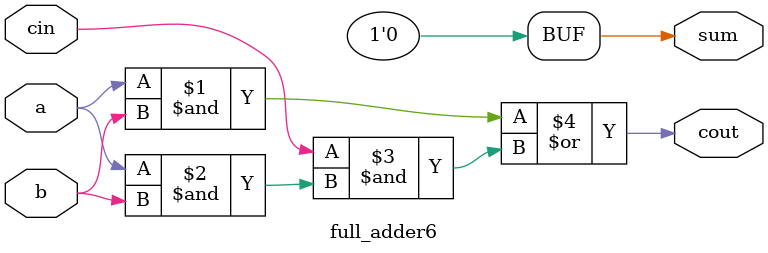
<source format=v>
module full_adder6(a,b,cin,sum,cout);
input a,b,cin;
output sum,cout;
assign sum = 1'b0;
assign cout = a&b|cin&(a&b); 
// initial begin
//     $display("The incorrect adder with xor1 having out/0");
// end   
endmodule
</source>
